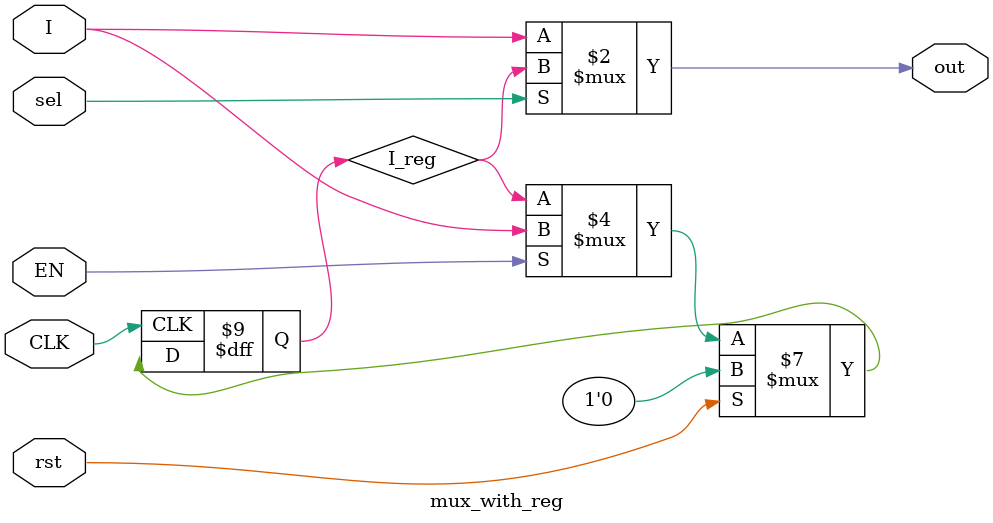
<source format=v>
module mux_with_reg(I, sel, CLK, EN, rst, out);
    parameter RSTTYPE = "SYNC", // ASYNC
              SIZE    = 1;

    input [SIZE-1:0] I;
    input sel, CLK, EN, rst;
    output [SIZE-1:0] out;

    reg [SIZE-1:0] I_reg;

    assign out = (~sel) ? I : I_reg;

    generate
        if(RSTTYPE == "SYNC") begin
            always @(posedge CLK) begin
            if(rst) 
                I_reg <= 0;   
            else if(EN)
                I_reg <= I;
            end    
        end 
            else if(RSTTYPE == "ASYNC") begin
            always @(posedge CLK, posedge rst) begin
                if(rst) 
                    I_reg <= 0;
                 
                else if(EN)
                    I_reg <= I;     
            end
        end 
    endgenerate

endmodule
</source>
